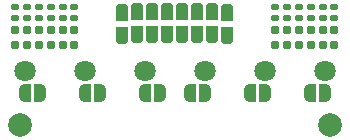
<source format=gbr>
%TF.GenerationSoftware,KiCad,Pcbnew,8.0.4-unknown-202407232306~396e531e7c~ubuntu22.04.1*%
%TF.CreationDate,2024-08-12T16:54:32+01:00*%
%TF.ProjectId,DRY_ELEC_6CH,4452595f-454c-4454-935f-3643482e6b69,1.0*%
%TF.SameCoordinates,Original*%
%TF.FileFunction,Soldermask,Top*%
%TF.FilePolarity,Negative*%
%FSLAX46Y46*%
G04 Gerber Fmt 4.6, Leading zero omitted, Abs format (unit mm)*
G04 Created by KiCad (PCBNEW 8.0.4-unknown-202407232306~396e531e7c~ubuntu22.04.1) date 2024-08-12 16:54:32*
%MOMM*%
%LPD*%
G01*
G04 APERTURE LIST*
G04 Aperture macros list*
%AMRoundRect*
0 Rectangle with rounded corners*
0 $1 Rounding radius*
0 $2 $3 $4 $5 $6 $7 $8 $9 X,Y pos of 4 corners*
0 Add a 4 corners polygon primitive as box body*
4,1,4,$2,$3,$4,$5,$6,$7,$8,$9,$2,$3,0*
0 Add four circle primitives for the rounded corners*
1,1,$1+$1,$2,$3*
1,1,$1+$1,$4,$5*
1,1,$1+$1,$6,$7*
1,1,$1+$1,$8,$9*
0 Add four rect primitives between the rounded corners*
20,1,$1+$1,$2,$3,$4,$5,0*
20,1,$1+$1,$4,$5,$6,$7,0*
20,1,$1+$1,$6,$7,$8,$9,0*
20,1,$1+$1,$8,$9,$2,$3,0*%
%AMFreePoly0*
4,1,13,0.345671,0.480970,0.426777,0.426777,0.480970,0.345671,0.500000,0.250000,0.500000,-0.900000,-0.500000,-0.900000,-0.500000,0.250000,-0.480970,0.345671,-0.426777,0.426777,-0.345671,0.480970,-0.250000,0.500000,0.250000,0.500000,0.345671,0.480970,0.345671,0.480970,$1*%
%AMFreePoly1*
4,1,19,0.500000,-0.750000,0.000000,-0.750000,0.000000,-0.744911,-0.071157,-0.744911,-0.207708,-0.704816,-0.327430,-0.627875,-0.420627,-0.520320,-0.479746,-0.390866,-0.500000,-0.250000,-0.500000,0.250000,-0.479746,0.390866,-0.420627,0.520320,-0.327430,0.627875,-0.207708,0.704816,-0.071157,0.744911,0.000000,0.744911,0.000000,0.750000,0.500000,0.750000,0.500000,-0.750000,0.500000,-0.750000,
$1*%
%AMFreePoly2*
4,1,19,0.000000,0.744911,0.071157,0.744911,0.207708,0.704816,0.327430,0.627875,0.420627,0.520320,0.479746,0.390866,0.500000,0.250000,0.500000,-0.250000,0.479746,-0.390866,0.420627,-0.520320,0.327430,-0.627875,0.207708,-0.704816,0.071157,-0.744911,0.000000,-0.744911,0.000000,-0.750000,-0.500000,-0.750000,-0.500000,0.750000,0.000000,0.750000,0.000000,0.744911,0.000000,0.744911,
$1*%
G04 Aperture macros list end*
%ADD10FreePoly0,180.000000*%
%ADD11FreePoly0,0.000000*%
%ADD12RoundRect,0.140000X0.170000X-0.140000X0.170000X0.140000X-0.170000X0.140000X-0.170000X-0.140000X0*%
%ADD13C,2.000000*%
%ADD14RoundRect,0.160000X0.160000X-0.197500X0.160000X0.197500X-0.160000X0.197500X-0.160000X-0.197500X0*%
%ADD15FreePoly1,180.000000*%
%ADD16FreePoly2,180.000000*%
%ADD17C,1.800000*%
%ADD18FreePoly1,0.000000*%
%ADD19FreePoly2,0.000000*%
G04 APERTURE END LIST*
D10*
%TO.C,J14*%
X31905000Y-29200000D03*
%TD*%
D11*
%TO.C,J4*%
X29365000Y-26800000D03*
%TD*%
D12*
%TO.C,C9*%
X18499999Y-27580000D03*
X18499999Y-26620000D03*
%TD*%
D13*
%TO.C,I4*%
X43099999Y-36600000D03*
%TD*%
D14*
%TO.C,R6*%
X43499999Y-29797500D03*
X43499999Y-28602500D03*
%TD*%
D12*
%TO.C,C2*%
X39499999Y-27580000D03*
X39499999Y-26620000D03*
%TD*%
D15*
%TO.C,JP2*%
X37634998Y-33905000D03*
D16*
X36335000Y-33905000D03*
%TD*%
D10*
%TO.C,J9*%
X25555000Y-29265000D03*
%TD*%
D12*
%TO.C,C5*%
X42499999Y-27580000D03*
X42499999Y-26620000D03*
%TD*%
D11*
%TO.C,J2*%
X26825000Y-26800000D03*
%TD*%
D13*
%TO.C,I3*%
X16899999Y-36600000D03*
%TD*%
D12*
%TO.C,C8*%
X17499999Y-27580000D03*
X17499999Y-26620000D03*
%TD*%
D17*
%TO.C,J17*%
X32539999Y-32000000D03*
%TD*%
D14*
%TO.C,R7*%
X16499999Y-29797500D03*
X16499999Y-28602500D03*
%TD*%
D17*
%TO.C,J21*%
X22379999Y-32000000D03*
%TD*%
D14*
%TO.C,R12*%
X21499999Y-29797500D03*
X21499999Y-28602500D03*
%TD*%
D12*
%TO.C,C4*%
X41499999Y-27582500D03*
X41499999Y-26622500D03*
%TD*%
D10*
%TO.C,J12*%
X29365000Y-29200000D03*
%TD*%
D18*
%TO.C,JP5*%
X22365000Y-33905000D03*
D19*
X23664998Y-33905000D03*
%TD*%
D14*
%TO.C,R9*%
X18499999Y-29797500D03*
X18499999Y-28602500D03*
%TD*%
D10*
%TO.C,J13*%
X30635000Y-29200000D03*
%TD*%
%TO.C,J16*%
X34445000Y-29265000D03*
%TD*%
D12*
%TO.C,C1*%
X38499999Y-27580000D03*
X38499999Y-26620000D03*
%TD*%
D14*
%TO.C,R11*%
X20499999Y-29797500D03*
X20499999Y-28602500D03*
%TD*%
%TO.C,R10*%
X19499999Y-29797500D03*
X19499999Y-28602500D03*
%TD*%
D12*
%TO.C,C6*%
X43499999Y-27580000D03*
X43499999Y-26620000D03*
%TD*%
D14*
%TO.C,R2*%
X39499999Y-29797500D03*
X39499999Y-28602500D03*
%TD*%
%TO.C,R4*%
X41499999Y-29800000D03*
X41499999Y-28605000D03*
%TD*%
D11*
%TO.C,J1*%
X25555000Y-26865000D03*
%TD*%
D12*
%TO.C,C7*%
X16499999Y-27580000D03*
X16499999Y-26620000D03*
%TD*%
%TO.C,C3*%
X40499999Y-27582500D03*
X40499999Y-26622500D03*
%TD*%
D14*
%TO.C,R1*%
X38499999Y-29797500D03*
X38499999Y-28602500D03*
%TD*%
D10*
%TO.C,J10*%
X26825000Y-29200000D03*
%TD*%
%TO.C,J15*%
X33175000Y-29200000D03*
%TD*%
D14*
%TO.C,R8*%
X17499999Y-29797500D03*
X17499999Y-28602500D03*
%TD*%
D17*
%TO.C,J20*%
X17299999Y-32000000D03*
%TD*%
D12*
%TO.C,C11*%
X20499999Y-27580000D03*
X20499999Y-26620000D03*
%TD*%
D11*
%TO.C,J5*%
X30635000Y-26800000D03*
%TD*%
D12*
%TO.C,C12*%
X21499999Y-27580000D03*
X21499999Y-26620000D03*
%TD*%
D11*
%TO.C,J7*%
X33175000Y-26800000D03*
%TD*%
D18*
%TO.C,JP3*%
X41415000Y-33905000D03*
D19*
X42714998Y-33905000D03*
%TD*%
D11*
%TO.C,J3*%
X28095000Y-26800000D03*
%TD*%
D17*
%TO.C,J18*%
X37619999Y-32000000D03*
%TD*%
D12*
%TO.C,C10*%
X19499999Y-27580000D03*
X19499999Y-26620000D03*
%TD*%
D17*
%TO.C,J22*%
X27459999Y-32000000D03*
%TD*%
D14*
%TO.C,R3*%
X40499999Y-29800000D03*
X40499999Y-28605000D03*
%TD*%
D17*
%TO.C,J19*%
X42699999Y-32000000D03*
%TD*%
D10*
%TO.C,J11*%
X28095000Y-29200000D03*
%TD*%
D18*
%TO.C,JP6*%
X27445000Y-33905000D03*
D19*
X28744998Y-33905000D03*
%TD*%
D11*
%TO.C,J6*%
X31905000Y-26800000D03*
%TD*%
%TO.C,J8*%
X34445000Y-26865000D03*
%TD*%
D15*
%TO.C,JP1*%
X32569997Y-33905000D03*
D16*
X31269999Y-33905000D03*
%TD*%
D18*
%TO.C,JP4*%
X17270001Y-33905000D03*
D19*
X18569999Y-33905000D03*
%TD*%
D14*
%TO.C,R5*%
X42499999Y-29797500D03*
X42499999Y-28602500D03*
%TD*%
M02*

</source>
